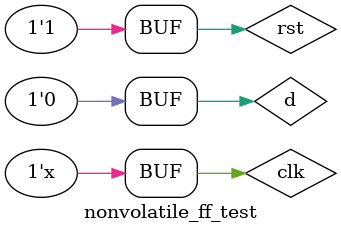
<source format=v>
`timescale 1ns/10ps

module nonvolatile_ff_test();

reg clk;
reg rst;
reg d;
wire wr,rd,q;
// initialize the clk signal
initial begin
    clk <= 1'b0; 
end
always #100 clk <= ~clk;

// initialize the reset signal
initial begin
     rst <= 1'b1;
     #200 rst <= 1'b0;
     #1000 rst <= 1'b1;
end

// initialize the input signal
initial begin
    d <= 1'b1; 
    #90000 d<=1'b0;
end


wr_rd_controller controller1(.clk(clk),.rst(rst), .write_mtj(wr), .read_mtj(rd));
nonvolatile_ff ff1(.clk(clk),.rst(rst),.d(d),.write_mtj(wr),.read_mtj(rd),.q(q));

endmodule

</source>
